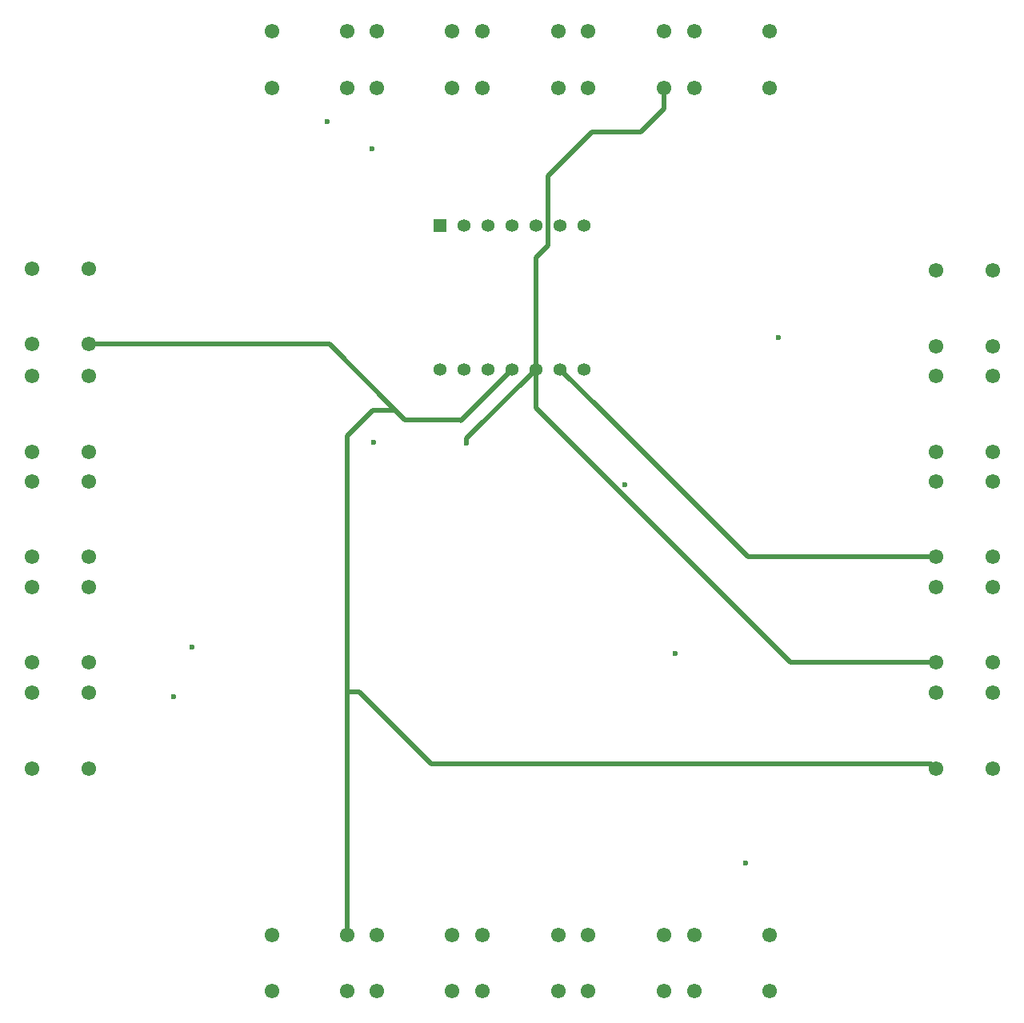
<source format=gbr>
%TF.GenerationSoftware,KiCad,Pcbnew,8.0.8*%
%TF.CreationDate,2025-05-19T18:04:48-07:00*%
%TF.ProjectId,ddi,6464692e-6b69-4636-9164-5f7063625858,rev?*%
%TF.SameCoordinates,Original*%
%TF.FileFunction,Copper,L3,Inr*%
%TF.FilePolarity,Positive*%
%FSLAX46Y46*%
G04 Gerber Fmt 4.6, Leading zero omitted, Abs format (unit mm)*
G04 Created by KiCad (PCBNEW 8.0.8) date 2025-05-19 18:04:48*
%MOMM*%
%LPD*%
G01*
G04 APERTURE LIST*
%TA.AperFunction,ComponentPad*%
%ADD10C,1.549400*%
%TD*%
%TA.AperFunction,ComponentPad*%
%ADD11R,1.358000X1.358000*%
%TD*%
%TA.AperFunction,ComponentPad*%
%ADD12C,1.358000*%
%TD*%
%TA.AperFunction,ViaPad*%
%ADD13C,0.600000*%
%TD*%
%TA.AperFunction,Conductor*%
%ADD14C,0.500000*%
%TD*%
G04 APERTURE END LIST*
D10*
%TO.N,/B1*%
%TO.C,SW17*%
X171300000Y-62699997D03*
X171300000Y-68700000D03*
%TO.N,/X5*%
X179299999Y-62699997D03*
X179299999Y-68700000D03*
%TD*%
%TO.N,/B1*%
%TO.C,SW1*%
X126600000Y-62699997D03*
X126600000Y-68700000D03*
%TO.N,/X1*%
X134599999Y-62699997D03*
X134599999Y-68700000D03*
%TD*%
%TO.N,/B2*%
%TO.C,SW11*%
X202900003Y-110300000D03*
X196900000Y-110300000D03*
%TO.N,/X3*%
X202900003Y-118299999D03*
X196900000Y-118299999D03*
%TD*%
%TO.N,/X4*%
%TO.C,SW15*%
X101199997Y-107199999D03*
X107200000Y-107199999D03*
%TO.N,/B4*%
X101199997Y-99200000D03*
X107200000Y-99200000D03*
%TD*%
%TO.N,/X2*%
%TO.C,SW8*%
X168099999Y-164300003D03*
X168099999Y-158300000D03*
%TO.N,/B3*%
X160100000Y-164300003D03*
X160100000Y-158300000D03*
%TD*%
%TO.N,/X3*%
%TO.C,SW12*%
X156899999Y-164300003D03*
X156899999Y-158300000D03*
%TO.N,/B3*%
X148900000Y-164300003D03*
X148900000Y-158300000D03*
%TD*%
%TO.N,/B2*%
%TO.C,SW14*%
X202900003Y-121500000D03*
X196900000Y-121500000D03*
%TO.N,/X4*%
X202900003Y-129499999D03*
X196900000Y-129499999D03*
%TD*%
%TO.N,/B1*%
%TO.C,SW10*%
X148900000Y-62699997D03*
X148900000Y-68700000D03*
%TO.N,/X3*%
X156899999Y-62699997D03*
X156899999Y-68700000D03*
%TD*%
%TO.N,/B2*%
%TO.C,SW6*%
X202900003Y-99200000D03*
X196900000Y-99200000D03*
%TO.N,/X2*%
X202900003Y-107199999D03*
X196900000Y-107199999D03*
%TD*%
%TO.N,/B1*%
%TO.C,SW5*%
X137700000Y-62699997D03*
X137700000Y-68700000D03*
%TO.N,/X2*%
X145699999Y-62699997D03*
X145699999Y-68700000D03*
%TD*%
%TO.N,/B2*%
%TO.C,SW2*%
X202900003Y-88000000D03*
X196900000Y-88000000D03*
%TO.N,/X1*%
X202900003Y-95999999D03*
X196900000Y-95999999D03*
%TD*%
%TO.N,/X3*%
%TO.C,SW9*%
X101199997Y-118300000D03*
X107200000Y-118300000D03*
%TO.N,/B4*%
X101199997Y-110300001D03*
X107200000Y-110300001D03*
%TD*%
%TO.N,/X4*%
%TO.C,SW16*%
X145699999Y-164300003D03*
X145699999Y-158300000D03*
%TO.N,/B3*%
X137700000Y-164300003D03*
X137700000Y-158300000D03*
%TD*%
%TO.N,/X2*%
%TO.C,SW7*%
X101199997Y-129499999D03*
X107200000Y-129499999D03*
%TO.N,/B4*%
X101199997Y-121500000D03*
X107200000Y-121500000D03*
%TD*%
%TO.N,/B1*%
%TO.C,SW13*%
X160100000Y-62699997D03*
X160100000Y-68700000D03*
%TO.N,/X4*%
X168099999Y-62699997D03*
X168099999Y-68700000D03*
%TD*%
%TO.N,/X5*%
%TO.C,SW20*%
X134599999Y-164300003D03*
X134599999Y-158300000D03*
%TO.N,/B3*%
X126600000Y-164300003D03*
X126600000Y-158300000D03*
%TD*%
%TO.N,/B2*%
%TO.C,SW18*%
X202900003Y-132700000D03*
X196900000Y-132700000D03*
%TO.N,/X5*%
X202900003Y-140699999D03*
X196900000Y-140699999D03*
%TD*%
%TO.N,/X1*%
%TO.C,SW4*%
X179299999Y-164300003D03*
X179299999Y-158300000D03*
%TO.N,/B3*%
X171300000Y-164300003D03*
X171300000Y-158300000D03*
%TD*%
%TO.N,/X5*%
%TO.C,SW19*%
X101199997Y-95799999D03*
X107200000Y-95799999D03*
%TO.N,/B4*%
X101199997Y-87800000D03*
X107200000Y-87800000D03*
%TD*%
%TO.N,/X1*%
%TO.C,SW3*%
X101199997Y-140699999D03*
X107200000Y-140699999D03*
%TO.N,/B4*%
X101199997Y-132700000D03*
X107200000Y-132700000D03*
%TD*%
D11*
%TO.N,/B1*%
%TO.C,U1*%
X144400000Y-83200000D03*
D12*
%TO.N,/B2*%
X146940000Y-83200000D03*
%TO.N,/B3*%
X149480000Y-83200000D03*
%TO.N,/B4*%
X152020000Y-83200000D03*
%TO.N,unconnected-(U1-D4-Pad5)*%
X154560000Y-83200000D03*
%TO.N,unconnected-(U1-D5-Pad6)*%
X157100000Y-83200000D03*
%TO.N,/X1*%
X159640000Y-83200000D03*
%TO.N,/X2*%
X159640000Y-98440000D03*
%TO.N,/X3*%
X157100000Y-98440000D03*
%TO.N,/X4*%
X154560000Y-98440000D03*
%TO.N,/X5*%
X152020000Y-98440000D03*
%TO.N,unconnected-(U1-VCC_3V3-Pad12)*%
X149480000Y-98440000D03*
%TO.N,unconnected-(U1-GND-Pad13)*%
X146940000Y-98440000D03*
%TO.N,unconnected-(U1-VUSB-Pad14)*%
X144400000Y-98440000D03*
%TD*%
D13*
%TO.N,/X4*%
X147200000Y-106300000D03*
%TO.N,/X2*%
X137400000Y-106200000D03*
X137200000Y-75100000D03*
X164000000Y-110700000D03*
%TO.N,/X1*%
X176750000Y-150750000D03*
X169300000Y-128500000D03*
X180200000Y-95100000D03*
X132450000Y-72250000D03*
X116200000Y-133100000D03*
X118200000Y-127900000D03*
%TD*%
D14*
%TO.N,/X5*%
X196400001Y-140200000D02*
X196900000Y-140699999D01*
X135900000Y-132600000D02*
X143500000Y-140200000D01*
X134599999Y-132600000D02*
X135900000Y-132600000D01*
X134599999Y-132600000D02*
X134599999Y-105500001D01*
X134599999Y-158300000D02*
X134599999Y-132600000D01*
X143500000Y-140200000D02*
X196400001Y-140200000D01*
X134599999Y-105500001D02*
X137300000Y-102800000D01*
X137300000Y-102800000D02*
X139700000Y-102800000D01*
X132699999Y-95799999D02*
X139700000Y-102800000D01*
X139700000Y-102800000D02*
X140700000Y-103800000D01*
X152020000Y-98480000D02*
X152020000Y-98440000D01*
X146600000Y-103900000D02*
X152020000Y-98480000D01*
X146500000Y-103800000D02*
X146600000Y-103900000D01*
X140700000Y-103800000D02*
X146500000Y-103800000D01*
X107200000Y-95799999D02*
X132699999Y-95799999D01*
%TO.N,/X4*%
X181499999Y-129499999D02*
X154560000Y-102560000D01*
X196900000Y-129499999D02*
X181499999Y-129499999D01*
X154560000Y-102560000D02*
X154560000Y-98440000D01*
X147200000Y-105800000D02*
X147200000Y-106300000D01*
X154560000Y-98440000D02*
X147200000Y-105800000D01*
X154600000Y-98400000D02*
X154560000Y-98440000D01*
X155800000Y-85400000D02*
X154600000Y-86600000D01*
X154600000Y-86600000D02*
X154600000Y-98400000D01*
X155800000Y-78000000D02*
X155800000Y-85400000D01*
X160500000Y-73300000D02*
X155800000Y-78000000D01*
X165700000Y-73300000D02*
X160500000Y-73300000D01*
X168099999Y-70900001D02*
X165700000Y-73300000D01*
X168099999Y-68700000D02*
X168099999Y-70900001D01*
%TO.N,/X3*%
X161700000Y-103000000D02*
X161660000Y-103000000D01*
X161660000Y-103000000D02*
X157100000Y-98440000D01*
X176999999Y-118299999D02*
X161700000Y-103000000D01*
X196900000Y-118299999D02*
X176999999Y-118299999D01*
%TD*%
M02*

</source>
